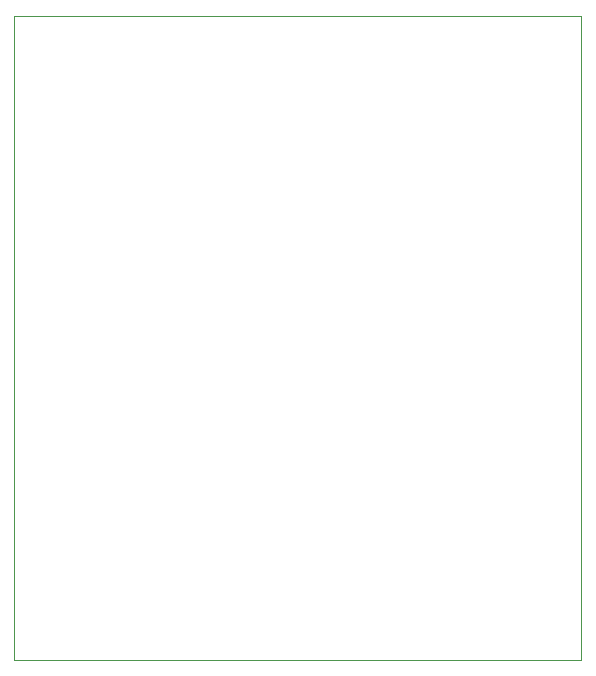
<source format=gbr>
%TF.GenerationSoftware,KiCad,Pcbnew,8.0.1*%
%TF.CreationDate,2024-03-30T13:38:22-03:00*%
%TF.ProjectId,Ponderada,506f6e64-6572-4616-9461-2e6b69636164,rev?*%
%TF.SameCoordinates,Original*%
%TF.FileFunction,Profile,NP*%
%FSLAX46Y46*%
G04 Gerber Fmt 4.6, Leading zero omitted, Abs format (unit mm)*
G04 Created by KiCad (PCBNEW 8.0.1) date 2024-03-30 13:38:22*
%MOMM*%
%LPD*%
G01*
G04 APERTURE LIST*
%TA.AperFunction,Profile*%
%ADD10C,0.050000*%
%TD*%
G04 APERTURE END LIST*
D10*
X76500000Y-50500000D02*
X124500000Y-50500000D01*
X124500000Y-105000000D01*
X76500000Y-105000000D01*
X76500000Y-50500000D01*
M02*

</source>
